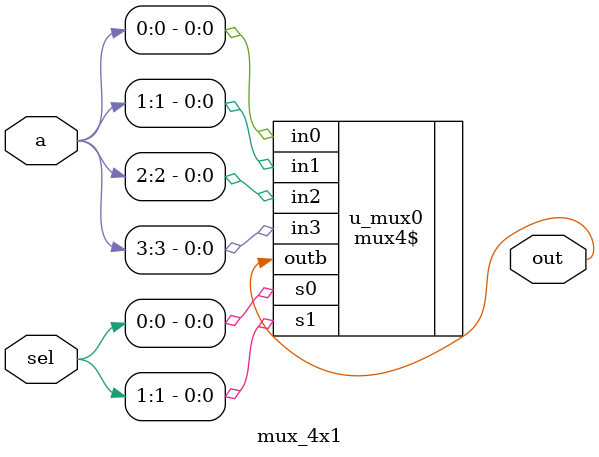
<source format=v>
module mux_4x1 (
   input [3:0] a,
   input [1:0] sel,
   output out
);
;
	mux4$ u_mux0 (.in0(a[0]), .in1(a[1]), .in2(a[2]), .in3(a[3]), .s0(sel[0]), .s1(sel[1]), .outb(out));

endmodule


</source>
